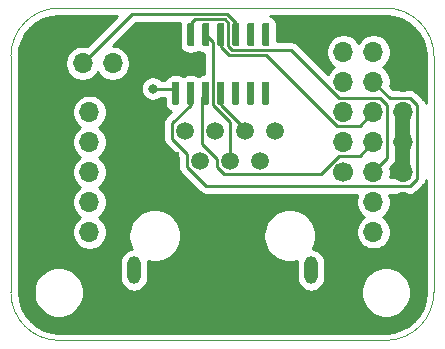
<source format=gbr>
G04 #@! TF.GenerationSoftware,KiCad,Pcbnew,(5.1.5)-3*
G04 #@! TF.CreationDate,2021-01-31T17:12:18-06:00*
G04 #@! TF.ProjectId,InputBoard,496e7075-7442-46f6-9172-642e6b696361,rev?*
G04 #@! TF.SameCoordinates,Original*
G04 #@! TF.FileFunction,Copper,L1,Top*
G04 #@! TF.FilePolarity,Positive*
%FSLAX46Y46*%
G04 Gerber Fmt 4.6, Leading zero omitted, Abs format (unit mm)*
G04 Created by KiCad (PCBNEW (5.1.5)-3) date 2021-01-31 17:12:18*
%MOMM*%
%LPD*%
G04 APERTURE LIST*
%ADD10C,0.050000*%
%ADD11R,1.700000X1.700000*%
%ADD12O,1.700000X1.700000*%
%ADD13C,1.700000*%
%ADD14O,1.140000X2.362000*%
%ADD15C,1.500000*%
%ADD16R,1.500000X1.500000*%
%ADD17C,0.100000*%
%ADD18C,0.800000*%
%ADD19C,0.250000*%
%ADD20C,0.254000*%
G04 APERTURE END LIST*
D10*
X132588000Y-110680500D02*
X132588000Y-90678000D01*
X136652000Y-114744500D02*
G75*
G02X132588000Y-110680500I0J4064000D01*
G01*
X164338000Y-114744500D02*
X136652000Y-114744500D01*
X168402000Y-90678000D02*
X168402000Y-110680500D01*
X168402000Y-110680500D02*
G75*
G02X164338000Y-114744500I-4064000J0D01*
G01*
X164338000Y-86614000D02*
X136652000Y-86614000D01*
X132588000Y-90678000D02*
G75*
G02X136652000Y-86614000I4064000J0D01*
G01*
X164338000Y-86614000D02*
G75*
G02X168402000Y-90678000I0J-4064000D01*
G01*
D11*
X165820000Y-105560000D03*
D12*
X163280000Y-105560000D03*
X165820000Y-103020000D03*
X163280000Y-103020000D03*
X165820000Y-100480000D03*
X163280000Y-100480000D03*
X165820000Y-97940000D03*
X163280000Y-97940000D03*
X165820000Y-95400000D03*
X163280000Y-95400000D03*
X165820000Y-92860000D03*
X163280000Y-92860000D03*
X165820000Y-90320000D03*
X163280000Y-90320000D03*
D13*
X160740000Y-100480000D03*
D12*
X160740000Y-97940000D03*
X160740000Y-95400000D03*
X160740000Y-92860000D03*
X160740000Y-90320000D03*
D14*
X157988000Y-108796951D03*
X142989300Y-108796951D03*
D15*
X154940000Y-97005001D03*
X153670000Y-99545001D03*
X152400000Y-97005001D03*
X151130000Y-99545001D03*
X149860000Y-97005001D03*
X148590000Y-99545001D03*
X147320000Y-97005001D03*
D16*
X146050000Y-99545001D03*
G04 #@! TA.AperFunction,SMDPad,CuDef*
D17*
G36*
X146704703Y-92830722D02*
G01*
X146719264Y-92832882D01*
X146733543Y-92836459D01*
X146747403Y-92841418D01*
X146760710Y-92847712D01*
X146773336Y-92855280D01*
X146785159Y-92864048D01*
X146796066Y-92873934D01*
X146805952Y-92884841D01*
X146814720Y-92896664D01*
X146822288Y-92909290D01*
X146828582Y-92922597D01*
X146833541Y-92936457D01*
X146837118Y-92950736D01*
X146839278Y-92965297D01*
X146840000Y-92980000D01*
X146840000Y-94630000D01*
X146839278Y-94644703D01*
X146837118Y-94659264D01*
X146833541Y-94673543D01*
X146828582Y-94687403D01*
X146822288Y-94700710D01*
X146814720Y-94713336D01*
X146805952Y-94725159D01*
X146796066Y-94736066D01*
X146785159Y-94745952D01*
X146773336Y-94754720D01*
X146760710Y-94762288D01*
X146747403Y-94768582D01*
X146733543Y-94773541D01*
X146719264Y-94777118D01*
X146704703Y-94779278D01*
X146690000Y-94780000D01*
X146390000Y-94780000D01*
X146375297Y-94779278D01*
X146360736Y-94777118D01*
X146346457Y-94773541D01*
X146332597Y-94768582D01*
X146319290Y-94762288D01*
X146306664Y-94754720D01*
X146294841Y-94745952D01*
X146283934Y-94736066D01*
X146274048Y-94725159D01*
X146265280Y-94713336D01*
X146257712Y-94700710D01*
X146251418Y-94687403D01*
X146246459Y-94673543D01*
X146242882Y-94659264D01*
X146240722Y-94644703D01*
X146240000Y-94630000D01*
X146240000Y-92980000D01*
X146240722Y-92965297D01*
X146242882Y-92950736D01*
X146246459Y-92936457D01*
X146251418Y-92922597D01*
X146257712Y-92909290D01*
X146265280Y-92896664D01*
X146274048Y-92884841D01*
X146283934Y-92873934D01*
X146294841Y-92864048D01*
X146306664Y-92855280D01*
X146319290Y-92847712D01*
X146332597Y-92841418D01*
X146346457Y-92836459D01*
X146360736Y-92832882D01*
X146375297Y-92830722D01*
X146390000Y-92830000D01*
X146690000Y-92830000D01*
X146704703Y-92830722D01*
G37*
G04 #@! TD.AperFunction*
G04 #@! TA.AperFunction,SMDPad,CuDef*
G36*
X147974703Y-92830722D02*
G01*
X147989264Y-92832882D01*
X148003543Y-92836459D01*
X148017403Y-92841418D01*
X148030710Y-92847712D01*
X148043336Y-92855280D01*
X148055159Y-92864048D01*
X148066066Y-92873934D01*
X148075952Y-92884841D01*
X148084720Y-92896664D01*
X148092288Y-92909290D01*
X148098582Y-92922597D01*
X148103541Y-92936457D01*
X148107118Y-92950736D01*
X148109278Y-92965297D01*
X148110000Y-92980000D01*
X148110000Y-94630000D01*
X148109278Y-94644703D01*
X148107118Y-94659264D01*
X148103541Y-94673543D01*
X148098582Y-94687403D01*
X148092288Y-94700710D01*
X148084720Y-94713336D01*
X148075952Y-94725159D01*
X148066066Y-94736066D01*
X148055159Y-94745952D01*
X148043336Y-94754720D01*
X148030710Y-94762288D01*
X148017403Y-94768582D01*
X148003543Y-94773541D01*
X147989264Y-94777118D01*
X147974703Y-94779278D01*
X147960000Y-94780000D01*
X147660000Y-94780000D01*
X147645297Y-94779278D01*
X147630736Y-94777118D01*
X147616457Y-94773541D01*
X147602597Y-94768582D01*
X147589290Y-94762288D01*
X147576664Y-94754720D01*
X147564841Y-94745952D01*
X147553934Y-94736066D01*
X147544048Y-94725159D01*
X147535280Y-94713336D01*
X147527712Y-94700710D01*
X147521418Y-94687403D01*
X147516459Y-94673543D01*
X147512882Y-94659264D01*
X147510722Y-94644703D01*
X147510000Y-94630000D01*
X147510000Y-92980000D01*
X147510722Y-92965297D01*
X147512882Y-92950736D01*
X147516459Y-92936457D01*
X147521418Y-92922597D01*
X147527712Y-92909290D01*
X147535280Y-92896664D01*
X147544048Y-92884841D01*
X147553934Y-92873934D01*
X147564841Y-92864048D01*
X147576664Y-92855280D01*
X147589290Y-92847712D01*
X147602597Y-92841418D01*
X147616457Y-92836459D01*
X147630736Y-92832882D01*
X147645297Y-92830722D01*
X147660000Y-92830000D01*
X147960000Y-92830000D01*
X147974703Y-92830722D01*
G37*
G04 #@! TD.AperFunction*
G04 #@! TA.AperFunction,SMDPad,CuDef*
G36*
X149244703Y-92830722D02*
G01*
X149259264Y-92832882D01*
X149273543Y-92836459D01*
X149287403Y-92841418D01*
X149300710Y-92847712D01*
X149313336Y-92855280D01*
X149325159Y-92864048D01*
X149336066Y-92873934D01*
X149345952Y-92884841D01*
X149354720Y-92896664D01*
X149362288Y-92909290D01*
X149368582Y-92922597D01*
X149373541Y-92936457D01*
X149377118Y-92950736D01*
X149379278Y-92965297D01*
X149380000Y-92980000D01*
X149380000Y-94630000D01*
X149379278Y-94644703D01*
X149377118Y-94659264D01*
X149373541Y-94673543D01*
X149368582Y-94687403D01*
X149362288Y-94700710D01*
X149354720Y-94713336D01*
X149345952Y-94725159D01*
X149336066Y-94736066D01*
X149325159Y-94745952D01*
X149313336Y-94754720D01*
X149300710Y-94762288D01*
X149287403Y-94768582D01*
X149273543Y-94773541D01*
X149259264Y-94777118D01*
X149244703Y-94779278D01*
X149230000Y-94780000D01*
X148930000Y-94780000D01*
X148915297Y-94779278D01*
X148900736Y-94777118D01*
X148886457Y-94773541D01*
X148872597Y-94768582D01*
X148859290Y-94762288D01*
X148846664Y-94754720D01*
X148834841Y-94745952D01*
X148823934Y-94736066D01*
X148814048Y-94725159D01*
X148805280Y-94713336D01*
X148797712Y-94700710D01*
X148791418Y-94687403D01*
X148786459Y-94673543D01*
X148782882Y-94659264D01*
X148780722Y-94644703D01*
X148780000Y-94630000D01*
X148780000Y-92980000D01*
X148780722Y-92965297D01*
X148782882Y-92950736D01*
X148786459Y-92936457D01*
X148791418Y-92922597D01*
X148797712Y-92909290D01*
X148805280Y-92896664D01*
X148814048Y-92884841D01*
X148823934Y-92873934D01*
X148834841Y-92864048D01*
X148846664Y-92855280D01*
X148859290Y-92847712D01*
X148872597Y-92841418D01*
X148886457Y-92836459D01*
X148900736Y-92832882D01*
X148915297Y-92830722D01*
X148930000Y-92830000D01*
X149230000Y-92830000D01*
X149244703Y-92830722D01*
G37*
G04 #@! TD.AperFunction*
G04 #@! TA.AperFunction,SMDPad,CuDef*
G36*
X150514703Y-92830722D02*
G01*
X150529264Y-92832882D01*
X150543543Y-92836459D01*
X150557403Y-92841418D01*
X150570710Y-92847712D01*
X150583336Y-92855280D01*
X150595159Y-92864048D01*
X150606066Y-92873934D01*
X150615952Y-92884841D01*
X150624720Y-92896664D01*
X150632288Y-92909290D01*
X150638582Y-92922597D01*
X150643541Y-92936457D01*
X150647118Y-92950736D01*
X150649278Y-92965297D01*
X150650000Y-92980000D01*
X150650000Y-94630000D01*
X150649278Y-94644703D01*
X150647118Y-94659264D01*
X150643541Y-94673543D01*
X150638582Y-94687403D01*
X150632288Y-94700710D01*
X150624720Y-94713336D01*
X150615952Y-94725159D01*
X150606066Y-94736066D01*
X150595159Y-94745952D01*
X150583336Y-94754720D01*
X150570710Y-94762288D01*
X150557403Y-94768582D01*
X150543543Y-94773541D01*
X150529264Y-94777118D01*
X150514703Y-94779278D01*
X150500000Y-94780000D01*
X150200000Y-94780000D01*
X150185297Y-94779278D01*
X150170736Y-94777118D01*
X150156457Y-94773541D01*
X150142597Y-94768582D01*
X150129290Y-94762288D01*
X150116664Y-94754720D01*
X150104841Y-94745952D01*
X150093934Y-94736066D01*
X150084048Y-94725159D01*
X150075280Y-94713336D01*
X150067712Y-94700710D01*
X150061418Y-94687403D01*
X150056459Y-94673543D01*
X150052882Y-94659264D01*
X150050722Y-94644703D01*
X150050000Y-94630000D01*
X150050000Y-92980000D01*
X150050722Y-92965297D01*
X150052882Y-92950736D01*
X150056459Y-92936457D01*
X150061418Y-92922597D01*
X150067712Y-92909290D01*
X150075280Y-92896664D01*
X150084048Y-92884841D01*
X150093934Y-92873934D01*
X150104841Y-92864048D01*
X150116664Y-92855280D01*
X150129290Y-92847712D01*
X150142597Y-92841418D01*
X150156457Y-92836459D01*
X150170736Y-92832882D01*
X150185297Y-92830722D01*
X150200000Y-92830000D01*
X150500000Y-92830000D01*
X150514703Y-92830722D01*
G37*
G04 #@! TD.AperFunction*
G04 #@! TA.AperFunction,SMDPad,CuDef*
G36*
X151784703Y-92830722D02*
G01*
X151799264Y-92832882D01*
X151813543Y-92836459D01*
X151827403Y-92841418D01*
X151840710Y-92847712D01*
X151853336Y-92855280D01*
X151865159Y-92864048D01*
X151876066Y-92873934D01*
X151885952Y-92884841D01*
X151894720Y-92896664D01*
X151902288Y-92909290D01*
X151908582Y-92922597D01*
X151913541Y-92936457D01*
X151917118Y-92950736D01*
X151919278Y-92965297D01*
X151920000Y-92980000D01*
X151920000Y-94630000D01*
X151919278Y-94644703D01*
X151917118Y-94659264D01*
X151913541Y-94673543D01*
X151908582Y-94687403D01*
X151902288Y-94700710D01*
X151894720Y-94713336D01*
X151885952Y-94725159D01*
X151876066Y-94736066D01*
X151865159Y-94745952D01*
X151853336Y-94754720D01*
X151840710Y-94762288D01*
X151827403Y-94768582D01*
X151813543Y-94773541D01*
X151799264Y-94777118D01*
X151784703Y-94779278D01*
X151770000Y-94780000D01*
X151470000Y-94780000D01*
X151455297Y-94779278D01*
X151440736Y-94777118D01*
X151426457Y-94773541D01*
X151412597Y-94768582D01*
X151399290Y-94762288D01*
X151386664Y-94754720D01*
X151374841Y-94745952D01*
X151363934Y-94736066D01*
X151354048Y-94725159D01*
X151345280Y-94713336D01*
X151337712Y-94700710D01*
X151331418Y-94687403D01*
X151326459Y-94673543D01*
X151322882Y-94659264D01*
X151320722Y-94644703D01*
X151320000Y-94630000D01*
X151320000Y-92980000D01*
X151320722Y-92965297D01*
X151322882Y-92950736D01*
X151326459Y-92936457D01*
X151331418Y-92922597D01*
X151337712Y-92909290D01*
X151345280Y-92896664D01*
X151354048Y-92884841D01*
X151363934Y-92873934D01*
X151374841Y-92864048D01*
X151386664Y-92855280D01*
X151399290Y-92847712D01*
X151412597Y-92841418D01*
X151426457Y-92836459D01*
X151440736Y-92832882D01*
X151455297Y-92830722D01*
X151470000Y-92830000D01*
X151770000Y-92830000D01*
X151784703Y-92830722D01*
G37*
G04 #@! TD.AperFunction*
G04 #@! TA.AperFunction,SMDPad,CuDef*
G36*
X153054703Y-92830722D02*
G01*
X153069264Y-92832882D01*
X153083543Y-92836459D01*
X153097403Y-92841418D01*
X153110710Y-92847712D01*
X153123336Y-92855280D01*
X153135159Y-92864048D01*
X153146066Y-92873934D01*
X153155952Y-92884841D01*
X153164720Y-92896664D01*
X153172288Y-92909290D01*
X153178582Y-92922597D01*
X153183541Y-92936457D01*
X153187118Y-92950736D01*
X153189278Y-92965297D01*
X153190000Y-92980000D01*
X153190000Y-94630000D01*
X153189278Y-94644703D01*
X153187118Y-94659264D01*
X153183541Y-94673543D01*
X153178582Y-94687403D01*
X153172288Y-94700710D01*
X153164720Y-94713336D01*
X153155952Y-94725159D01*
X153146066Y-94736066D01*
X153135159Y-94745952D01*
X153123336Y-94754720D01*
X153110710Y-94762288D01*
X153097403Y-94768582D01*
X153083543Y-94773541D01*
X153069264Y-94777118D01*
X153054703Y-94779278D01*
X153040000Y-94780000D01*
X152740000Y-94780000D01*
X152725297Y-94779278D01*
X152710736Y-94777118D01*
X152696457Y-94773541D01*
X152682597Y-94768582D01*
X152669290Y-94762288D01*
X152656664Y-94754720D01*
X152644841Y-94745952D01*
X152633934Y-94736066D01*
X152624048Y-94725159D01*
X152615280Y-94713336D01*
X152607712Y-94700710D01*
X152601418Y-94687403D01*
X152596459Y-94673543D01*
X152592882Y-94659264D01*
X152590722Y-94644703D01*
X152590000Y-94630000D01*
X152590000Y-92980000D01*
X152590722Y-92965297D01*
X152592882Y-92950736D01*
X152596459Y-92936457D01*
X152601418Y-92922597D01*
X152607712Y-92909290D01*
X152615280Y-92896664D01*
X152624048Y-92884841D01*
X152633934Y-92873934D01*
X152644841Y-92864048D01*
X152656664Y-92855280D01*
X152669290Y-92847712D01*
X152682597Y-92841418D01*
X152696457Y-92836459D01*
X152710736Y-92832882D01*
X152725297Y-92830722D01*
X152740000Y-92830000D01*
X153040000Y-92830000D01*
X153054703Y-92830722D01*
G37*
G04 #@! TD.AperFunction*
G04 #@! TA.AperFunction,SMDPad,CuDef*
G36*
X154324703Y-92830722D02*
G01*
X154339264Y-92832882D01*
X154353543Y-92836459D01*
X154367403Y-92841418D01*
X154380710Y-92847712D01*
X154393336Y-92855280D01*
X154405159Y-92864048D01*
X154416066Y-92873934D01*
X154425952Y-92884841D01*
X154434720Y-92896664D01*
X154442288Y-92909290D01*
X154448582Y-92922597D01*
X154453541Y-92936457D01*
X154457118Y-92950736D01*
X154459278Y-92965297D01*
X154460000Y-92980000D01*
X154460000Y-94630000D01*
X154459278Y-94644703D01*
X154457118Y-94659264D01*
X154453541Y-94673543D01*
X154448582Y-94687403D01*
X154442288Y-94700710D01*
X154434720Y-94713336D01*
X154425952Y-94725159D01*
X154416066Y-94736066D01*
X154405159Y-94745952D01*
X154393336Y-94754720D01*
X154380710Y-94762288D01*
X154367403Y-94768582D01*
X154353543Y-94773541D01*
X154339264Y-94777118D01*
X154324703Y-94779278D01*
X154310000Y-94780000D01*
X154010000Y-94780000D01*
X153995297Y-94779278D01*
X153980736Y-94777118D01*
X153966457Y-94773541D01*
X153952597Y-94768582D01*
X153939290Y-94762288D01*
X153926664Y-94754720D01*
X153914841Y-94745952D01*
X153903934Y-94736066D01*
X153894048Y-94725159D01*
X153885280Y-94713336D01*
X153877712Y-94700710D01*
X153871418Y-94687403D01*
X153866459Y-94673543D01*
X153862882Y-94659264D01*
X153860722Y-94644703D01*
X153860000Y-94630000D01*
X153860000Y-92980000D01*
X153860722Y-92965297D01*
X153862882Y-92950736D01*
X153866459Y-92936457D01*
X153871418Y-92922597D01*
X153877712Y-92909290D01*
X153885280Y-92896664D01*
X153894048Y-92884841D01*
X153903934Y-92873934D01*
X153914841Y-92864048D01*
X153926664Y-92855280D01*
X153939290Y-92847712D01*
X153952597Y-92841418D01*
X153966457Y-92836459D01*
X153980736Y-92832882D01*
X153995297Y-92830722D01*
X154010000Y-92830000D01*
X154310000Y-92830000D01*
X154324703Y-92830722D01*
G37*
G04 #@! TD.AperFunction*
G04 #@! TA.AperFunction,SMDPad,CuDef*
G36*
X154324703Y-87880722D02*
G01*
X154339264Y-87882882D01*
X154353543Y-87886459D01*
X154367403Y-87891418D01*
X154380710Y-87897712D01*
X154393336Y-87905280D01*
X154405159Y-87914048D01*
X154416066Y-87923934D01*
X154425952Y-87934841D01*
X154434720Y-87946664D01*
X154442288Y-87959290D01*
X154448582Y-87972597D01*
X154453541Y-87986457D01*
X154457118Y-88000736D01*
X154459278Y-88015297D01*
X154460000Y-88030000D01*
X154460000Y-89680000D01*
X154459278Y-89694703D01*
X154457118Y-89709264D01*
X154453541Y-89723543D01*
X154448582Y-89737403D01*
X154442288Y-89750710D01*
X154434720Y-89763336D01*
X154425952Y-89775159D01*
X154416066Y-89786066D01*
X154405159Y-89795952D01*
X154393336Y-89804720D01*
X154380710Y-89812288D01*
X154367403Y-89818582D01*
X154353543Y-89823541D01*
X154339264Y-89827118D01*
X154324703Y-89829278D01*
X154310000Y-89830000D01*
X154010000Y-89830000D01*
X153995297Y-89829278D01*
X153980736Y-89827118D01*
X153966457Y-89823541D01*
X153952597Y-89818582D01*
X153939290Y-89812288D01*
X153926664Y-89804720D01*
X153914841Y-89795952D01*
X153903934Y-89786066D01*
X153894048Y-89775159D01*
X153885280Y-89763336D01*
X153877712Y-89750710D01*
X153871418Y-89737403D01*
X153866459Y-89723543D01*
X153862882Y-89709264D01*
X153860722Y-89694703D01*
X153860000Y-89680000D01*
X153860000Y-88030000D01*
X153860722Y-88015297D01*
X153862882Y-88000736D01*
X153866459Y-87986457D01*
X153871418Y-87972597D01*
X153877712Y-87959290D01*
X153885280Y-87946664D01*
X153894048Y-87934841D01*
X153903934Y-87923934D01*
X153914841Y-87914048D01*
X153926664Y-87905280D01*
X153939290Y-87897712D01*
X153952597Y-87891418D01*
X153966457Y-87886459D01*
X153980736Y-87882882D01*
X153995297Y-87880722D01*
X154010000Y-87880000D01*
X154310000Y-87880000D01*
X154324703Y-87880722D01*
G37*
G04 #@! TD.AperFunction*
G04 #@! TA.AperFunction,SMDPad,CuDef*
G36*
X153054703Y-87880722D02*
G01*
X153069264Y-87882882D01*
X153083543Y-87886459D01*
X153097403Y-87891418D01*
X153110710Y-87897712D01*
X153123336Y-87905280D01*
X153135159Y-87914048D01*
X153146066Y-87923934D01*
X153155952Y-87934841D01*
X153164720Y-87946664D01*
X153172288Y-87959290D01*
X153178582Y-87972597D01*
X153183541Y-87986457D01*
X153187118Y-88000736D01*
X153189278Y-88015297D01*
X153190000Y-88030000D01*
X153190000Y-89680000D01*
X153189278Y-89694703D01*
X153187118Y-89709264D01*
X153183541Y-89723543D01*
X153178582Y-89737403D01*
X153172288Y-89750710D01*
X153164720Y-89763336D01*
X153155952Y-89775159D01*
X153146066Y-89786066D01*
X153135159Y-89795952D01*
X153123336Y-89804720D01*
X153110710Y-89812288D01*
X153097403Y-89818582D01*
X153083543Y-89823541D01*
X153069264Y-89827118D01*
X153054703Y-89829278D01*
X153040000Y-89830000D01*
X152740000Y-89830000D01*
X152725297Y-89829278D01*
X152710736Y-89827118D01*
X152696457Y-89823541D01*
X152682597Y-89818582D01*
X152669290Y-89812288D01*
X152656664Y-89804720D01*
X152644841Y-89795952D01*
X152633934Y-89786066D01*
X152624048Y-89775159D01*
X152615280Y-89763336D01*
X152607712Y-89750710D01*
X152601418Y-89737403D01*
X152596459Y-89723543D01*
X152592882Y-89709264D01*
X152590722Y-89694703D01*
X152590000Y-89680000D01*
X152590000Y-88030000D01*
X152590722Y-88015297D01*
X152592882Y-88000736D01*
X152596459Y-87986457D01*
X152601418Y-87972597D01*
X152607712Y-87959290D01*
X152615280Y-87946664D01*
X152624048Y-87934841D01*
X152633934Y-87923934D01*
X152644841Y-87914048D01*
X152656664Y-87905280D01*
X152669290Y-87897712D01*
X152682597Y-87891418D01*
X152696457Y-87886459D01*
X152710736Y-87882882D01*
X152725297Y-87880722D01*
X152740000Y-87880000D01*
X153040000Y-87880000D01*
X153054703Y-87880722D01*
G37*
G04 #@! TD.AperFunction*
G04 #@! TA.AperFunction,SMDPad,CuDef*
G36*
X151784703Y-87880722D02*
G01*
X151799264Y-87882882D01*
X151813543Y-87886459D01*
X151827403Y-87891418D01*
X151840710Y-87897712D01*
X151853336Y-87905280D01*
X151865159Y-87914048D01*
X151876066Y-87923934D01*
X151885952Y-87934841D01*
X151894720Y-87946664D01*
X151902288Y-87959290D01*
X151908582Y-87972597D01*
X151913541Y-87986457D01*
X151917118Y-88000736D01*
X151919278Y-88015297D01*
X151920000Y-88030000D01*
X151920000Y-89680000D01*
X151919278Y-89694703D01*
X151917118Y-89709264D01*
X151913541Y-89723543D01*
X151908582Y-89737403D01*
X151902288Y-89750710D01*
X151894720Y-89763336D01*
X151885952Y-89775159D01*
X151876066Y-89786066D01*
X151865159Y-89795952D01*
X151853336Y-89804720D01*
X151840710Y-89812288D01*
X151827403Y-89818582D01*
X151813543Y-89823541D01*
X151799264Y-89827118D01*
X151784703Y-89829278D01*
X151770000Y-89830000D01*
X151470000Y-89830000D01*
X151455297Y-89829278D01*
X151440736Y-89827118D01*
X151426457Y-89823541D01*
X151412597Y-89818582D01*
X151399290Y-89812288D01*
X151386664Y-89804720D01*
X151374841Y-89795952D01*
X151363934Y-89786066D01*
X151354048Y-89775159D01*
X151345280Y-89763336D01*
X151337712Y-89750710D01*
X151331418Y-89737403D01*
X151326459Y-89723543D01*
X151322882Y-89709264D01*
X151320722Y-89694703D01*
X151320000Y-89680000D01*
X151320000Y-88030000D01*
X151320722Y-88015297D01*
X151322882Y-88000736D01*
X151326459Y-87986457D01*
X151331418Y-87972597D01*
X151337712Y-87959290D01*
X151345280Y-87946664D01*
X151354048Y-87934841D01*
X151363934Y-87923934D01*
X151374841Y-87914048D01*
X151386664Y-87905280D01*
X151399290Y-87897712D01*
X151412597Y-87891418D01*
X151426457Y-87886459D01*
X151440736Y-87882882D01*
X151455297Y-87880722D01*
X151470000Y-87880000D01*
X151770000Y-87880000D01*
X151784703Y-87880722D01*
G37*
G04 #@! TD.AperFunction*
G04 #@! TA.AperFunction,SMDPad,CuDef*
G36*
X150514703Y-87880722D02*
G01*
X150529264Y-87882882D01*
X150543543Y-87886459D01*
X150557403Y-87891418D01*
X150570710Y-87897712D01*
X150583336Y-87905280D01*
X150595159Y-87914048D01*
X150606066Y-87923934D01*
X150615952Y-87934841D01*
X150624720Y-87946664D01*
X150632288Y-87959290D01*
X150638582Y-87972597D01*
X150643541Y-87986457D01*
X150647118Y-88000736D01*
X150649278Y-88015297D01*
X150650000Y-88030000D01*
X150650000Y-89680000D01*
X150649278Y-89694703D01*
X150647118Y-89709264D01*
X150643541Y-89723543D01*
X150638582Y-89737403D01*
X150632288Y-89750710D01*
X150624720Y-89763336D01*
X150615952Y-89775159D01*
X150606066Y-89786066D01*
X150595159Y-89795952D01*
X150583336Y-89804720D01*
X150570710Y-89812288D01*
X150557403Y-89818582D01*
X150543543Y-89823541D01*
X150529264Y-89827118D01*
X150514703Y-89829278D01*
X150500000Y-89830000D01*
X150200000Y-89830000D01*
X150185297Y-89829278D01*
X150170736Y-89827118D01*
X150156457Y-89823541D01*
X150142597Y-89818582D01*
X150129290Y-89812288D01*
X150116664Y-89804720D01*
X150104841Y-89795952D01*
X150093934Y-89786066D01*
X150084048Y-89775159D01*
X150075280Y-89763336D01*
X150067712Y-89750710D01*
X150061418Y-89737403D01*
X150056459Y-89723543D01*
X150052882Y-89709264D01*
X150050722Y-89694703D01*
X150050000Y-89680000D01*
X150050000Y-88030000D01*
X150050722Y-88015297D01*
X150052882Y-88000736D01*
X150056459Y-87986457D01*
X150061418Y-87972597D01*
X150067712Y-87959290D01*
X150075280Y-87946664D01*
X150084048Y-87934841D01*
X150093934Y-87923934D01*
X150104841Y-87914048D01*
X150116664Y-87905280D01*
X150129290Y-87897712D01*
X150142597Y-87891418D01*
X150156457Y-87886459D01*
X150170736Y-87882882D01*
X150185297Y-87880722D01*
X150200000Y-87880000D01*
X150500000Y-87880000D01*
X150514703Y-87880722D01*
G37*
G04 #@! TD.AperFunction*
G04 #@! TA.AperFunction,SMDPad,CuDef*
G36*
X149244703Y-87880722D02*
G01*
X149259264Y-87882882D01*
X149273543Y-87886459D01*
X149287403Y-87891418D01*
X149300710Y-87897712D01*
X149313336Y-87905280D01*
X149325159Y-87914048D01*
X149336066Y-87923934D01*
X149345952Y-87934841D01*
X149354720Y-87946664D01*
X149362288Y-87959290D01*
X149368582Y-87972597D01*
X149373541Y-87986457D01*
X149377118Y-88000736D01*
X149379278Y-88015297D01*
X149380000Y-88030000D01*
X149380000Y-89680000D01*
X149379278Y-89694703D01*
X149377118Y-89709264D01*
X149373541Y-89723543D01*
X149368582Y-89737403D01*
X149362288Y-89750710D01*
X149354720Y-89763336D01*
X149345952Y-89775159D01*
X149336066Y-89786066D01*
X149325159Y-89795952D01*
X149313336Y-89804720D01*
X149300710Y-89812288D01*
X149287403Y-89818582D01*
X149273543Y-89823541D01*
X149259264Y-89827118D01*
X149244703Y-89829278D01*
X149230000Y-89830000D01*
X148930000Y-89830000D01*
X148915297Y-89829278D01*
X148900736Y-89827118D01*
X148886457Y-89823541D01*
X148872597Y-89818582D01*
X148859290Y-89812288D01*
X148846664Y-89804720D01*
X148834841Y-89795952D01*
X148823934Y-89786066D01*
X148814048Y-89775159D01*
X148805280Y-89763336D01*
X148797712Y-89750710D01*
X148791418Y-89737403D01*
X148786459Y-89723543D01*
X148782882Y-89709264D01*
X148780722Y-89694703D01*
X148780000Y-89680000D01*
X148780000Y-88030000D01*
X148780722Y-88015297D01*
X148782882Y-88000736D01*
X148786459Y-87986457D01*
X148791418Y-87972597D01*
X148797712Y-87959290D01*
X148805280Y-87946664D01*
X148814048Y-87934841D01*
X148823934Y-87923934D01*
X148834841Y-87914048D01*
X148846664Y-87905280D01*
X148859290Y-87897712D01*
X148872597Y-87891418D01*
X148886457Y-87886459D01*
X148900736Y-87882882D01*
X148915297Y-87880722D01*
X148930000Y-87880000D01*
X149230000Y-87880000D01*
X149244703Y-87880722D01*
G37*
G04 #@! TD.AperFunction*
G04 #@! TA.AperFunction,SMDPad,CuDef*
G36*
X147974703Y-87880722D02*
G01*
X147989264Y-87882882D01*
X148003543Y-87886459D01*
X148017403Y-87891418D01*
X148030710Y-87897712D01*
X148043336Y-87905280D01*
X148055159Y-87914048D01*
X148066066Y-87923934D01*
X148075952Y-87934841D01*
X148084720Y-87946664D01*
X148092288Y-87959290D01*
X148098582Y-87972597D01*
X148103541Y-87986457D01*
X148107118Y-88000736D01*
X148109278Y-88015297D01*
X148110000Y-88030000D01*
X148110000Y-89680000D01*
X148109278Y-89694703D01*
X148107118Y-89709264D01*
X148103541Y-89723543D01*
X148098582Y-89737403D01*
X148092288Y-89750710D01*
X148084720Y-89763336D01*
X148075952Y-89775159D01*
X148066066Y-89786066D01*
X148055159Y-89795952D01*
X148043336Y-89804720D01*
X148030710Y-89812288D01*
X148017403Y-89818582D01*
X148003543Y-89823541D01*
X147989264Y-89827118D01*
X147974703Y-89829278D01*
X147960000Y-89830000D01*
X147660000Y-89830000D01*
X147645297Y-89829278D01*
X147630736Y-89827118D01*
X147616457Y-89823541D01*
X147602597Y-89818582D01*
X147589290Y-89812288D01*
X147576664Y-89804720D01*
X147564841Y-89795952D01*
X147553934Y-89786066D01*
X147544048Y-89775159D01*
X147535280Y-89763336D01*
X147527712Y-89750710D01*
X147521418Y-89737403D01*
X147516459Y-89723543D01*
X147512882Y-89709264D01*
X147510722Y-89694703D01*
X147510000Y-89680000D01*
X147510000Y-88030000D01*
X147510722Y-88015297D01*
X147512882Y-88000736D01*
X147516459Y-87986457D01*
X147521418Y-87972597D01*
X147527712Y-87959290D01*
X147535280Y-87946664D01*
X147544048Y-87934841D01*
X147553934Y-87923934D01*
X147564841Y-87914048D01*
X147576664Y-87905280D01*
X147589290Y-87897712D01*
X147602597Y-87891418D01*
X147616457Y-87886459D01*
X147630736Y-87882882D01*
X147645297Y-87880722D01*
X147660000Y-87880000D01*
X147960000Y-87880000D01*
X147974703Y-87880722D01*
G37*
G04 #@! TD.AperFunction*
G04 #@! TA.AperFunction,SMDPad,CuDef*
G36*
X146704703Y-87880722D02*
G01*
X146719264Y-87882882D01*
X146733543Y-87886459D01*
X146747403Y-87891418D01*
X146760710Y-87897712D01*
X146773336Y-87905280D01*
X146785159Y-87914048D01*
X146796066Y-87923934D01*
X146805952Y-87934841D01*
X146814720Y-87946664D01*
X146822288Y-87959290D01*
X146828582Y-87972597D01*
X146833541Y-87986457D01*
X146837118Y-88000736D01*
X146839278Y-88015297D01*
X146840000Y-88030000D01*
X146840000Y-89680000D01*
X146839278Y-89694703D01*
X146837118Y-89709264D01*
X146833541Y-89723543D01*
X146828582Y-89737403D01*
X146822288Y-89750710D01*
X146814720Y-89763336D01*
X146805952Y-89775159D01*
X146796066Y-89786066D01*
X146785159Y-89795952D01*
X146773336Y-89804720D01*
X146760710Y-89812288D01*
X146747403Y-89818582D01*
X146733543Y-89823541D01*
X146719264Y-89827118D01*
X146704703Y-89829278D01*
X146690000Y-89830000D01*
X146390000Y-89830000D01*
X146375297Y-89829278D01*
X146360736Y-89827118D01*
X146346457Y-89823541D01*
X146332597Y-89818582D01*
X146319290Y-89812288D01*
X146306664Y-89804720D01*
X146294841Y-89795952D01*
X146283934Y-89786066D01*
X146274048Y-89775159D01*
X146265280Y-89763336D01*
X146257712Y-89750710D01*
X146251418Y-89737403D01*
X146246459Y-89723543D01*
X146242882Y-89709264D01*
X146240722Y-89694703D01*
X146240000Y-89680000D01*
X146240000Y-88030000D01*
X146240722Y-88015297D01*
X146242882Y-88000736D01*
X146246459Y-87986457D01*
X146251418Y-87972597D01*
X146257712Y-87959290D01*
X146265280Y-87946664D01*
X146274048Y-87934841D01*
X146283934Y-87923934D01*
X146294841Y-87914048D01*
X146306664Y-87905280D01*
X146319290Y-87897712D01*
X146332597Y-87891418D01*
X146346457Y-87886459D01*
X146360736Y-87882882D01*
X146375297Y-87880722D01*
X146390000Y-87880000D01*
X146690000Y-87880000D01*
X146704703Y-87880722D01*
G37*
G04 #@! TD.AperFunction*
D11*
X136700000Y-95420000D03*
D12*
X139240000Y-95420000D03*
X136700000Y-97960000D03*
X139240000Y-97960000D03*
X136700000Y-100500000D03*
X139240000Y-100500000D03*
X136700000Y-103040000D03*
X139240000Y-103040000D03*
X136700000Y-105580000D03*
X139240000Y-105580000D03*
D11*
X136120000Y-91290000D03*
D12*
X138660000Y-91290000D03*
X141200000Y-91290000D03*
D18*
X144610000Y-93430000D03*
D19*
X146165000Y-93430000D02*
X146540000Y-93805000D01*
X144610000Y-93430000D02*
X146165000Y-93430000D01*
X150350000Y-94780000D02*
X150350000Y-93805000D01*
X152400000Y-97005001D02*
X152400000Y-96830000D01*
X152400000Y-96830000D02*
X150350000Y-94780000D01*
X151130000Y-96231768D02*
X149705010Y-94806778D01*
X149705010Y-89480010D02*
X149080000Y-88855000D01*
X151130000Y-99545001D02*
X151130000Y-96231768D01*
X149705010Y-94806778D02*
X149705010Y-89480010D01*
X147810000Y-87880000D02*
X148135010Y-87554990D01*
X156296008Y-90155010D02*
X160365997Y-94224999D01*
X164455001Y-94835999D02*
X164455001Y-99304999D01*
X151273242Y-90155010D02*
X156296008Y-90155010D01*
X164455001Y-99304999D02*
X163280000Y-100480000D01*
X150975010Y-87833242D02*
X150975010Y-89856778D01*
X148135010Y-87554990D02*
X150696758Y-87554990D01*
X163844001Y-94224999D02*
X164455001Y-94835999D01*
X150975010Y-89856778D02*
X151273242Y-90155010D01*
X150696758Y-87554990D02*
X150975010Y-87833242D01*
X160365997Y-94224999D02*
X163844001Y-94224999D01*
X147810000Y-88855000D02*
X147810000Y-87880000D01*
X160175999Y-96575001D02*
X154206019Y-90605021D01*
X150350000Y-89868179D02*
X150350000Y-88855000D01*
X162104999Y-96575001D02*
X160175999Y-96575001D01*
X154206019Y-90605021D02*
X151086842Y-90605021D01*
X163280000Y-95400000D02*
X162104999Y-96575001D01*
X151086842Y-90605021D02*
X150350000Y-89868179D01*
X162104999Y-99115001D02*
X163280000Y-97940000D01*
X160365997Y-99115001D02*
X162104999Y-99115001D01*
X150613999Y-100620002D02*
X158860996Y-100620002D01*
X148780000Y-94105000D02*
X148780000Y-98143999D01*
X148780000Y-98143999D02*
X150054999Y-99418998D01*
X150054999Y-100061002D02*
X150613999Y-100620002D01*
X158860996Y-100620002D02*
X160365997Y-99115001D01*
X149080000Y-93805000D02*
X148780000Y-94105000D01*
X150054999Y-99418998D02*
X150054999Y-100061002D01*
X164644999Y-94224999D02*
X163280000Y-92860000D01*
X147514999Y-98924998D02*
X147514999Y-100061002D01*
X146244999Y-97654998D02*
X147514999Y-98924998D01*
X147514999Y-100061002D02*
X149108998Y-101655001D01*
X146244999Y-96345001D02*
X146244999Y-97654998D01*
X147810000Y-93805000D02*
X147810000Y-94780000D01*
X147810000Y-94780000D02*
X146244999Y-96345001D01*
X166995001Y-101044001D02*
X166995001Y-94835999D01*
X149108998Y-101655001D02*
X166384001Y-101655001D01*
X166384001Y-101655001D02*
X166995001Y-101044001D01*
X166995001Y-94835999D02*
X166384001Y-94224999D01*
X166384001Y-94224999D02*
X164644999Y-94224999D01*
X151620000Y-88855000D02*
X151620000Y-87841821D01*
X142845021Y-87104979D02*
X138660000Y-91290000D01*
X150883158Y-87104979D02*
X142845021Y-87104979D01*
X151620000Y-87841821D02*
X150883158Y-87104979D01*
D20*
G36*
X139026408Y-89848791D02*
G01*
X138806260Y-89805000D01*
X138513740Y-89805000D01*
X138226842Y-89862068D01*
X137956589Y-89974010D01*
X137713368Y-90136525D01*
X137506525Y-90343368D01*
X137344010Y-90586589D01*
X137232068Y-90856842D01*
X137175000Y-91143740D01*
X137175000Y-91436260D01*
X137232068Y-91723158D01*
X137344010Y-91993411D01*
X137506525Y-92236632D01*
X137713368Y-92443475D01*
X137956589Y-92605990D01*
X138226842Y-92717932D01*
X138513740Y-92775000D01*
X138806260Y-92775000D01*
X139093158Y-92717932D01*
X139363411Y-92605990D01*
X139606632Y-92443475D01*
X139813475Y-92236632D01*
X139930000Y-92062240D01*
X140046525Y-92236632D01*
X140253368Y-92443475D01*
X140496589Y-92605990D01*
X140766842Y-92717932D01*
X141053740Y-92775000D01*
X141346260Y-92775000D01*
X141633158Y-92717932D01*
X141903411Y-92605990D01*
X142146632Y-92443475D01*
X142353475Y-92236632D01*
X142515990Y-91993411D01*
X142627932Y-91723158D01*
X142685000Y-91436260D01*
X142685000Y-91143740D01*
X142627932Y-90856842D01*
X142515990Y-90586589D01*
X142353475Y-90343368D01*
X142146632Y-90136525D01*
X141903411Y-89974010D01*
X141633158Y-89862068D01*
X141346260Y-89805000D01*
X141219802Y-89805000D01*
X143159824Y-87864979D01*
X146890491Y-87864979D01*
X146887071Y-87876255D01*
X146871928Y-88030000D01*
X146871928Y-89680000D01*
X146887071Y-89833745D01*
X146931916Y-89981582D01*
X147004742Y-90117829D01*
X147102749Y-90237251D01*
X147222171Y-90335258D01*
X147358418Y-90408084D01*
X147506255Y-90452929D01*
X147660000Y-90468072D01*
X147960000Y-90468072D01*
X148113745Y-90452929D01*
X148261582Y-90408084D01*
X148397829Y-90335258D01*
X148445000Y-90296546D01*
X148492171Y-90335258D01*
X148628418Y-90408084D01*
X148776255Y-90452929D01*
X148930000Y-90468072D01*
X148945011Y-90468072D01*
X148945010Y-92191928D01*
X148930000Y-92191928D01*
X148776255Y-92207071D01*
X148628418Y-92251916D01*
X148492171Y-92324742D01*
X148445000Y-92363454D01*
X148397829Y-92324742D01*
X148261582Y-92251916D01*
X148113745Y-92207071D01*
X147960000Y-92191928D01*
X147660000Y-92191928D01*
X147506255Y-92207071D01*
X147358418Y-92251916D01*
X147222171Y-92324742D01*
X147175000Y-92363454D01*
X147127829Y-92324742D01*
X146991582Y-92251916D01*
X146843745Y-92207071D01*
X146690000Y-92191928D01*
X146390000Y-92191928D01*
X146236255Y-92207071D01*
X146088418Y-92251916D01*
X145952171Y-92324742D01*
X145832749Y-92422749D01*
X145734742Y-92542171D01*
X145666416Y-92670000D01*
X145313711Y-92670000D01*
X145269774Y-92626063D01*
X145100256Y-92512795D01*
X144911898Y-92434774D01*
X144711939Y-92395000D01*
X144508061Y-92395000D01*
X144308102Y-92434774D01*
X144119744Y-92512795D01*
X143950226Y-92626063D01*
X143806063Y-92770226D01*
X143692795Y-92939744D01*
X143614774Y-93128102D01*
X143575000Y-93328061D01*
X143575000Y-93531939D01*
X143614774Y-93731898D01*
X143692795Y-93920256D01*
X143806063Y-94089774D01*
X143950226Y-94233937D01*
X144119744Y-94347205D01*
X144308102Y-94425226D01*
X144508061Y-94465000D01*
X144711939Y-94465000D01*
X144911898Y-94425226D01*
X145100256Y-94347205D01*
X145269774Y-94233937D01*
X145313711Y-94190000D01*
X145601928Y-94190000D01*
X145601928Y-94630000D01*
X145617071Y-94783745D01*
X145661916Y-94931582D01*
X145734742Y-95067829D01*
X145832749Y-95187251D01*
X145952171Y-95285258D01*
X146088418Y-95358084D01*
X146141126Y-95374073D01*
X145734002Y-95781197D01*
X145704998Y-95805000D01*
X145665476Y-95853158D01*
X145610025Y-95920725D01*
X145599708Y-95940027D01*
X145539453Y-96052755D01*
X145495996Y-96196016D01*
X145484999Y-96307669D01*
X145484999Y-96307679D01*
X145481323Y-96345001D01*
X145484999Y-96382324D01*
X145485000Y-97617666D01*
X145481323Y-97654998D01*
X145485000Y-97692331D01*
X145495997Y-97803984D01*
X145509179Y-97847440D01*
X145539453Y-97947244D01*
X145610025Y-98079274D01*
X145663144Y-98143999D01*
X145704999Y-98194999D01*
X145733997Y-98218797D01*
X146754999Y-99239800D01*
X146755000Y-100023670D01*
X146751323Y-100061002D01*
X146755000Y-100098335D01*
X146761862Y-100168000D01*
X146765997Y-100209987D01*
X146809453Y-100353248D01*
X146880025Y-100485278D01*
X146951200Y-100572004D01*
X146974999Y-100601003D01*
X147003997Y-100624801D01*
X148545199Y-102166004D01*
X148568997Y-102195002D01*
X148597995Y-102218800D01*
X148684721Y-102289975D01*
X148771929Y-102336589D01*
X148816751Y-102360547D01*
X148960012Y-102404004D01*
X149071665Y-102415001D01*
X149071675Y-102415001D01*
X149108997Y-102418677D01*
X149146320Y-102415001D01*
X161923247Y-102415001D01*
X161852068Y-102586842D01*
X161795000Y-102873740D01*
X161795000Y-103166260D01*
X161852068Y-103453158D01*
X161964010Y-103723411D01*
X162126525Y-103966632D01*
X162333368Y-104173475D01*
X162507760Y-104290000D01*
X162333368Y-104406525D01*
X162126525Y-104613368D01*
X161964010Y-104856589D01*
X161852068Y-105126842D01*
X161795000Y-105413740D01*
X161795000Y-105706260D01*
X161852068Y-105993158D01*
X161964010Y-106263411D01*
X162126525Y-106506632D01*
X162333368Y-106713475D01*
X162576589Y-106875990D01*
X162846842Y-106987932D01*
X163133740Y-107045000D01*
X163426260Y-107045000D01*
X163713158Y-106987932D01*
X163983411Y-106875990D01*
X164226632Y-106713475D01*
X164433475Y-106506632D01*
X164595990Y-106263411D01*
X164707932Y-105993158D01*
X164765000Y-105706260D01*
X164765000Y-105413740D01*
X164707932Y-105126842D01*
X164595990Y-104856589D01*
X164433475Y-104613368D01*
X164226632Y-104406525D01*
X164052240Y-104290000D01*
X164226632Y-104173475D01*
X164433475Y-103966632D01*
X164595990Y-103723411D01*
X164707932Y-103453158D01*
X164765000Y-103166260D01*
X164765000Y-102873740D01*
X164707932Y-102586842D01*
X164636753Y-102415001D01*
X166346679Y-102415001D01*
X166384001Y-102418677D01*
X166421323Y-102415001D01*
X166421334Y-102415001D01*
X166532987Y-102404004D01*
X166676248Y-102360547D01*
X166808277Y-102289975D01*
X166924002Y-102195002D01*
X166947804Y-102165999D01*
X167506010Y-101607795D01*
X167535002Y-101584002D01*
X167558796Y-101555009D01*
X167558800Y-101555005D01*
X167629974Y-101468278D01*
X167629975Y-101468277D01*
X167700547Y-101336248D01*
X167742001Y-101199592D01*
X167742001Y-110648212D01*
X167674067Y-111341058D01*
X167482228Y-111976458D01*
X167170630Y-112562491D01*
X166751130Y-113076847D01*
X166239725Y-113499919D01*
X165655878Y-113815603D01*
X165021830Y-114011875D01*
X164330845Y-114084500D01*
X136684278Y-114084500D01*
X135991442Y-114016567D01*
X135356042Y-113824728D01*
X134770009Y-113513130D01*
X134255653Y-113093630D01*
X133832581Y-112582225D01*
X133516897Y-111998378D01*
X133320625Y-111364330D01*
X133248000Y-110673345D01*
X133248000Y-110467721D01*
X134503000Y-110467721D01*
X134503000Y-110888279D01*
X134585047Y-111300756D01*
X134745988Y-111689302D01*
X134979637Y-112038983D01*
X135277017Y-112336363D01*
X135626698Y-112570012D01*
X136015244Y-112730953D01*
X136427721Y-112813000D01*
X136848279Y-112813000D01*
X137260756Y-112730953D01*
X137649302Y-112570012D01*
X137998983Y-112336363D01*
X138296363Y-112038983D01*
X138530012Y-111689302D01*
X138690953Y-111300756D01*
X138773000Y-110888279D01*
X138773000Y-110467721D01*
X138690953Y-110055244D01*
X138530012Y-109666698D01*
X138296363Y-109317017D01*
X137998983Y-109019637D01*
X137649302Y-108785988D01*
X137260756Y-108625047D01*
X136848279Y-108543000D01*
X136427721Y-108543000D01*
X136015244Y-108625047D01*
X135626698Y-108785988D01*
X135277017Y-109019637D01*
X134979637Y-109317017D01*
X134745988Y-109666698D01*
X134585047Y-110055244D01*
X134503000Y-110467721D01*
X133248000Y-110467721D01*
X133248000Y-108126760D01*
X141784300Y-108126760D01*
X141784300Y-109467143D01*
X141801736Y-109644172D01*
X141870639Y-109871316D01*
X141982533Y-110080652D01*
X142133115Y-110264137D01*
X142316600Y-110414719D01*
X142525936Y-110526612D01*
X142753080Y-110595515D01*
X142989300Y-110618781D01*
X143225521Y-110595515D01*
X143452665Y-110526612D01*
X143662001Y-110414719D01*
X143845486Y-110264137D01*
X143996068Y-110080652D01*
X144107961Y-109871316D01*
X144176864Y-109644172D01*
X144194300Y-109467143D01*
X144194300Y-108126759D01*
X144187321Y-108055896D01*
X144559872Y-108130001D01*
X145000128Y-108130001D01*
X145431925Y-108044111D01*
X145838669Y-107875632D01*
X146204729Y-107631039D01*
X146516038Y-107319730D01*
X146760631Y-106953670D01*
X146929110Y-106546926D01*
X147015000Y-106115129D01*
X147015000Y-105674873D01*
X153975000Y-105674873D01*
X153975000Y-106115129D01*
X154060890Y-106546926D01*
X154229369Y-106953670D01*
X154473962Y-107319730D01*
X154785271Y-107631039D01*
X155151331Y-107875632D01*
X155558075Y-108044111D01*
X155989872Y-108130001D01*
X156430128Y-108130001D01*
X156789726Y-108058472D01*
X156783000Y-108126760D01*
X156783000Y-109467143D01*
X156800436Y-109644172D01*
X156869339Y-109871316D01*
X156981233Y-110080652D01*
X157131815Y-110264137D01*
X157315300Y-110414719D01*
X157524636Y-110526612D01*
X157751780Y-110595515D01*
X157988000Y-110618781D01*
X158224221Y-110595515D01*
X158451365Y-110526612D01*
X158561541Y-110467721D01*
X162203000Y-110467721D01*
X162203000Y-110888279D01*
X162285047Y-111300756D01*
X162445988Y-111689302D01*
X162679637Y-112038983D01*
X162977017Y-112336363D01*
X163326698Y-112570012D01*
X163715244Y-112730953D01*
X164127721Y-112813000D01*
X164548279Y-112813000D01*
X164960756Y-112730953D01*
X165349302Y-112570012D01*
X165698983Y-112336363D01*
X165996363Y-112038983D01*
X166230012Y-111689302D01*
X166390953Y-111300756D01*
X166473000Y-110888279D01*
X166473000Y-110467721D01*
X166390953Y-110055244D01*
X166230012Y-109666698D01*
X165996363Y-109317017D01*
X165698983Y-109019637D01*
X165349302Y-108785988D01*
X164960756Y-108625047D01*
X164548279Y-108543000D01*
X164127721Y-108543000D01*
X163715244Y-108625047D01*
X163326698Y-108785988D01*
X162977017Y-109019637D01*
X162679637Y-109317017D01*
X162445988Y-109666698D01*
X162285047Y-110055244D01*
X162203000Y-110467721D01*
X158561541Y-110467721D01*
X158660701Y-110414719D01*
X158844186Y-110264137D01*
X158994768Y-110080652D01*
X159106661Y-109871316D01*
X159175564Y-109644172D01*
X159193000Y-109467143D01*
X159193000Y-108126759D01*
X159175564Y-107949730D01*
X159106661Y-107722586D01*
X158994768Y-107513250D01*
X158844186Y-107329765D01*
X158660700Y-107179183D01*
X158451364Y-107067290D01*
X158224220Y-106998387D01*
X158164671Y-106992522D01*
X158190631Y-106953670D01*
X158359110Y-106546926D01*
X158445000Y-106115129D01*
X158445000Y-105674873D01*
X158359110Y-105243076D01*
X158190631Y-104836332D01*
X157946038Y-104470272D01*
X157634729Y-104158963D01*
X157268669Y-103914370D01*
X156861925Y-103745891D01*
X156430128Y-103660001D01*
X155989872Y-103660001D01*
X155558075Y-103745891D01*
X155151331Y-103914370D01*
X154785271Y-104158963D01*
X154473962Y-104470272D01*
X154229369Y-104836332D01*
X154060890Y-105243076D01*
X153975000Y-105674873D01*
X147015000Y-105674873D01*
X146929110Y-105243076D01*
X146760631Y-104836332D01*
X146516038Y-104470272D01*
X146204729Y-104158963D01*
X145838669Y-103914370D01*
X145431925Y-103745891D01*
X145000128Y-103660001D01*
X144559872Y-103660001D01*
X144128075Y-103745891D01*
X143721331Y-103914370D01*
X143355271Y-104158963D01*
X143043962Y-104470272D01*
X142799369Y-104836332D01*
X142630890Y-105243076D01*
X142545000Y-105674873D01*
X142545000Y-106115129D01*
X142630890Y-106546926D01*
X142799369Y-106953670D01*
X142824545Y-106991348D01*
X142753079Y-106998387D01*
X142525935Y-107067290D01*
X142316599Y-107179183D01*
X142133114Y-107329765D01*
X141982532Y-107513251D01*
X141870639Y-107722587D01*
X141801736Y-107949731D01*
X141784300Y-108126760D01*
X133248000Y-108126760D01*
X133248000Y-95273740D01*
X137755000Y-95273740D01*
X137755000Y-95566260D01*
X137812068Y-95853158D01*
X137924010Y-96123411D01*
X138086525Y-96366632D01*
X138293368Y-96573475D01*
X138467760Y-96690000D01*
X138293368Y-96806525D01*
X138086525Y-97013368D01*
X137924010Y-97256589D01*
X137812068Y-97526842D01*
X137755000Y-97813740D01*
X137755000Y-98106260D01*
X137812068Y-98393158D01*
X137924010Y-98663411D01*
X138086525Y-98906632D01*
X138293368Y-99113475D01*
X138467760Y-99230000D01*
X138293368Y-99346525D01*
X138086525Y-99553368D01*
X137924010Y-99796589D01*
X137812068Y-100066842D01*
X137755000Y-100353740D01*
X137755000Y-100646260D01*
X137812068Y-100933158D01*
X137924010Y-101203411D01*
X138086525Y-101446632D01*
X138293368Y-101653475D01*
X138467760Y-101770000D01*
X138293368Y-101886525D01*
X138086525Y-102093368D01*
X137924010Y-102336589D01*
X137812068Y-102606842D01*
X137755000Y-102893740D01*
X137755000Y-103186260D01*
X137812068Y-103473158D01*
X137924010Y-103743411D01*
X138086525Y-103986632D01*
X138293368Y-104193475D01*
X138467760Y-104310000D01*
X138293368Y-104426525D01*
X138086525Y-104633368D01*
X137924010Y-104876589D01*
X137812068Y-105146842D01*
X137755000Y-105433740D01*
X137755000Y-105726260D01*
X137812068Y-106013158D01*
X137924010Y-106283411D01*
X138086525Y-106526632D01*
X138293368Y-106733475D01*
X138536589Y-106895990D01*
X138806842Y-107007932D01*
X139093740Y-107065000D01*
X139386260Y-107065000D01*
X139673158Y-107007932D01*
X139943411Y-106895990D01*
X140186632Y-106733475D01*
X140393475Y-106526632D01*
X140555990Y-106283411D01*
X140667932Y-106013158D01*
X140725000Y-105726260D01*
X140725000Y-105433740D01*
X140667932Y-105146842D01*
X140555990Y-104876589D01*
X140393475Y-104633368D01*
X140186632Y-104426525D01*
X140012240Y-104310000D01*
X140186632Y-104193475D01*
X140393475Y-103986632D01*
X140555990Y-103743411D01*
X140667932Y-103473158D01*
X140725000Y-103186260D01*
X140725000Y-102893740D01*
X140667932Y-102606842D01*
X140555990Y-102336589D01*
X140393475Y-102093368D01*
X140186632Y-101886525D01*
X140012240Y-101770000D01*
X140186632Y-101653475D01*
X140393475Y-101446632D01*
X140555990Y-101203411D01*
X140667932Y-100933158D01*
X140725000Y-100646260D01*
X140725000Y-100353740D01*
X140667932Y-100066842D01*
X140555990Y-99796589D01*
X140393475Y-99553368D01*
X140186632Y-99346525D01*
X140012240Y-99230000D01*
X140186632Y-99113475D01*
X140393475Y-98906632D01*
X140555990Y-98663411D01*
X140667932Y-98393158D01*
X140725000Y-98106260D01*
X140725000Y-97813740D01*
X140667932Y-97526842D01*
X140555990Y-97256589D01*
X140393475Y-97013368D01*
X140186632Y-96806525D01*
X140012240Y-96690000D01*
X140186632Y-96573475D01*
X140393475Y-96366632D01*
X140555990Y-96123411D01*
X140667932Y-95853158D01*
X140725000Y-95566260D01*
X140725000Y-95273740D01*
X140667932Y-94986842D01*
X140555990Y-94716589D01*
X140393475Y-94473368D01*
X140186632Y-94266525D01*
X139943411Y-94104010D01*
X139673158Y-93992068D01*
X139386260Y-93935000D01*
X139093740Y-93935000D01*
X138806842Y-93992068D01*
X138536589Y-94104010D01*
X138293368Y-94266525D01*
X138086525Y-94473368D01*
X137924010Y-94716589D01*
X137812068Y-94986842D01*
X137755000Y-95273740D01*
X133248000Y-95273740D01*
X133248000Y-90710279D01*
X133315933Y-90017442D01*
X133507772Y-89382040D01*
X133819373Y-88796006D01*
X134238870Y-88281653D01*
X134750275Y-87858581D01*
X135334123Y-87542896D01*
X135968170Y-87346625D01*
X136659155Y-87274000D01*
X141601197Y-87274000D01*
X139026408Y-89848791D01*
G37*
X139026408Y-89848791D02*
X138806260Y-89805000D01*
X138513740Y-89805000D01*
X138226842Y-89862068D01*
X137956589Y-89974010D01*
X137713368Y-90136525D01*
X137506525Y-90343368D01*
X137344010Y-90586589D01*
X137232068Y-90856842D01*
X137175000Y-91143740D01*
X137175000Y-91436260D01*
X137232068Y-91723158D01*
X137344010Y-91993411D01*
X137506525Y-92236632D01*
X137713368Y-92443475D01*
X137956589Y-92605990D01*
X138226842Y-92717932D01*
X138513740Y-92775000D01*
X138806260Y-92775000D01*
X139093158Y-92717932D01*
X139363411Y-92605990D01*
X139606632Y-92443475D01*
X139813475Y-92236632D01*
X139930000Y-92062240D01*
X140046525Y-92236632D01*
X140253368Y-92443475D01*
X140496589Y-92605990D01*
X140766842Y-92717932D01*
X141053740Y-92775000D01*
X141346260Y-92775000D01*
X141633158Y-92717932D01*
X141903411Y-92605990D01*
X142146632Y-92443475D01*
X142353475Y-92236632D01*
X142515990Y-91993411D01*
X142627932Y-91723158D01*
X142685000Y-91436260D01*
X142685000Y-91143740D01*
X142627932Y-90856842D01*
X142515990Y-90586589D01*
X142353475Y-90343368D01*
X142146632Y-90136525D01*
X141903411Y-89974010D01*
X141633158Y-89862068D01*
X141346260Y-89805000D01*
X141219802Y-89805000D01*
X143159824Y-87864979D01*
X146890491Y-87864979D01*
X146887071Y-87876255D01*
X146871928Y-88030000D01*
X146871928Y-89680000D01*
X146887071Y-89833745D01*
X146931916Y-89981582D01*
X147004742Y-90117829D01*
X147102749Y-90237251D01*
X147222171Y-90335258D01*
X147358418Y-90408084D01*
X147506255Y-90452929D01*
X147660000Y-90468072D01*
X147960000Y-90468072D01*
X148113745Y-90452929D01*
X148261582Y-90408084D01*
X148397829Y-90335258D01*
X148445000Y-90296546D01*
X148492171Y-90335258D01*
X148628418Y-90408084D01*
X148776255Y-90452929D01*
X148930000Y-90468072D01*
X148945011Y-90468072D01*
X148945010Y-92191928D01*
X148930000Y-92191928D01*
X148776255Y-92207071D01*
X148628418Y-92251916D01*
X148492171Y-92324742D01*
X148445000Y-92363454D01*
X148397829Y-92324742D01*
X148261582Y-92251916D01*
X148113745Y-92207071D01*
X147960000Y-92191928D01*
X147660000Y-92191928D01*
X147506255Y-92207071D01*
X147358418Y-92251916D01*
X147222171Y-92324742D01*
X147175000Y-92363454D01*
X147127829Y-92324742D01*
X146991582Y-92251916D01*
X146843745Y-92207071D01*
X146690000Y-92191928D01*
X146390000Y-92191928D01*
X146236255Y-92207071D01*
X146088418Y-92251916D01*
X145952171Y-92324742D01*
X145832749Y-92422749D01*
X145734742Y-92542171D01*
X145666416Y-92670000D01*
X145313711Y-92670000D01*
X145269774Y-92626063D01*
X145100256Y-92512795D01*
X144911898Y-92434774D01*
X144711939Y-92395000D01*
X144508061Y-92395000D01*
X144308102Y-92434774D01*
X144119744Y-92512795D01*
X143950226Y-92626063D01*
X143806063Y-92770226D01*
X143692795Y-92939744D01*
X143614774Y-93128102D01*
X143575000Y-93328061D01*
X143575000Y-93531939D01*
X143614774Y-93731898D01*
X143692795Y-93920256D01*
X143806063Y-94089774D01*
X143950226Y-94233937D01*
X144119744Y-94347205D01*
X144308102Y-94425226D01*
X144508061Y-94465000D01*
X144711939Y-94465000D01*
X144911898Y-94425226D01*
X145100256Y-94347205D01*
X145269774Y-94233937D01*
X145313711Y-94190000D01*
X145601928Y-94190000D01*
X145601928Y-94630000D01*
X145617071Y-94783745D01*
X145661916Y-94931582D01*
X145734742Y-95067829D01*
X145832749Y-95187251D01*
X145952171Y-95285258D01*
X146088418Y-95358084D01*
X146141126Y-95374073D01*
X145734002Y-95781197D01*
X145704998Y-95805000D01*
X145665476Y-95853158D01*
X145610025Y-95920725D01*
X145599708Y-95940027D01*
X145539453Y-96052755D01*
X145495996Y-96196016D01*
X145484999Y-96307669D01*
X145484999Y-96307679D01*
X145481323Y-96345001D01*
X145484999Y-96382324D01*
X145485000Y-97617666D01*
X145481323Y-97654998D01*
X145485000Y-97692331D01*
X145495997Y-97803984D01*
X145509179Y-97847440D01*
X145539453Y-97947244D01*
X145610025Y-98079274D01*
X145663144Y-98143999D01*
X145704999Y-98194999D01*
X145733997Y-98218797D01*
X146754999Y-99239800D01*
X146755000Y-100023670D01*
X146751323Y-100061002D01*
X146755000Y-100098335D01*
X146761862Y-100168000D01*
X146765997Y-100209987D01*
X146809453Y-100353248D01*
X146880025Y-100485278D01*
X146951200Y-100572004D01*
X146974999Y-100601003D01*
X147003997Y-100624801D01*
X148545199Y-102166004D01*
X148568997Y-102195002D01*
X148597995Y-102218800D01*
X148684721Y-102289975D01*
X148771929Y-102336589D01*
X148816751Y-102360547D01*
X148960012Y-102404004D01*
X149071665Y-102415001D01*
X149071675Y-102415001D01*
X149108997Y-102418677D01*
X149146320Y-102415001D01*
X161923247Y-102415001D01*
X161852068Y-102586842D01*
X161795000Y-102873740D01*
X161795000Y-103166260D01*
X161852068Y-103453158D01*
X161964010Y-103723411D01*
X162126525Y-103966632D01*
X162333368Y-104173475D01*
X162507760Y-104290000D01*
X162333368Y-104406525D01*
X162126525Y-104613368D01*
X161964010Y-104856589D01*
X161852068Y-105126842D01*
X161795000Y-105413740D01*
X161795000Y-105706260D01*
X161852068Y-105993158D01*
X161964010Y-106263411D01*
X162126525Y-106506632D01*
X162333368Y-106713475D01*
X162576589Y-106875990D01*
X162846842Y-106987932D01*
X163133740Y-107045000D01*
X163426260Y-107045000D01*
X163713158Y-106987932D01*
X163983411Y-106875990D01*
X164226632Y-106713475D01*
X164433475Y-106506632D01*
X164595990Y-106263411D01*
X164707932Y-105993158D01*
X164765000Y-105706260D01*
X164765000Y-105413740D01*
X164707932Y-105126842D01*
X164595990Y-104856589D01*
X164433475Y-104613368D01*
X164226632Y-104406525D01*
X164052240Y-104290000D01*
X164226632Y-104173475D01*
X164433475Y-103966632D01*
X164595990Y-103723411D01*
X164707932Y-103453158D01*
X164765000Y-103166260D01*
X164765000Y-102873740D01*
X164707932Y-102586842D01*
X164636753Y-102415001D01*
X166346679Y-102415001D01*
X166384001Y-102418677D01*
X166421323Y-102415001D01*
X166421334Y-102415001D01*
X166532987Y-102404004D01*
X166676248Y-102360547D01*
X166808277Y-102289975D01*
X166924002Y-102195002D01*
X166947804Y-102165999D01*
X167506010Y-101607795D01*
X167535002Y-101584002D01*
X167558796Y-101555009D01*
X167558800Y-101555005D01*
X167629974Y-101468278D01*
X167629975Y-101468277D01*
X167700547Y-101336248D01*
X167742001Y-101199592D01*
X167742001Y-110648212D01*
X167674067Y-111341058D01*
X167482228Y-111976458D01*
X167170630Y-112562491D01*
X166751130Y-113076847D01*
X166239725Y-113499919D01*
X165655878Y-113815603D01*
X165021830Y-114011875D01*
X164330845Y-114084500D01*
X136684278Y-114084500D01*
X135991442Y-114016567D01*
X135356042Y-113824728D01*
X134770009Y-113513130D01*
X134255653Y-113093630D01*
X133832581Y-112582225D01*
X133516897Y-111998378D01*
X133320625Y-111364330D01*
X133248000Y-110673345D01*
X133248000Y-110467721D01*
X134503000Y-110467721D01*
X134503000Y-110888279D01*
X134585047Y-111300756D01*
X134745988Y-111689302D01*
X134979637Y-112038983D01*
X135277017Y-112336363D01*
X135626698Y-112570012D01*
X136015244Y-112730953D01*
X136427721Y-112813000D01*
X136848279Y-112813000D01*
X137260756Y-112730953D01*
X137649302Y-112570012D01*
X137998983Y-112336363D01*
X138296363Y-112038983D01*
X138530012Y-111689302D01*
X138690953Y-111300756D01*
X138773000Y-110888279D01*
X138773000Y-110467721D01*
X138690953Y-110055244D01*
X138530012Y-109666698D01*
X138296363Y-109317017D01*
X137998983Y-109019637D01*
X137649302Y-108785988D01*
X137260756Y-108625047D01*
X136848279Y-108543000D01*
X136427721Y-108543000D01*
X136015244Y-108625047D01*
X135626698Y-108785988D01*
X135277017Y-109019637D01*
X134979637Y-109317017D01*
X134745988Y-109666698D01*
X134585047Y-110055244D01*
X134503000Y-110467721D01*
X133248000Y-110467721D01*
X133248000Y-108126760D01*
X141784300Y-108126760D01*
X141784300Y-109467143D01*
X141801736Y-109644172D01*
X141870639Y-109871316D01*
X141982533Y-110080652D01*
X142133115Y-110264137D01*
X142316600Y-110414719D01*
X142525936Y-110526612D01*
X142753080Y-110595515D01*
X142989300Y-110618781D01*
X143225521Y-110595515D01*
X143452665Y-110526612D01*
X143662001Y-110414719D01*
X143845486Y-110264137D01*
X143996068Y-110080652D01*
X144107961Y-109871316D01*
X144176864Y-109644172D01*
X144194300Y-109467143D01*
X144194300Y-108126759D01*
X144187321Y-108055896D01*
X144559872Y-108130001D01*
X145000128Y-108130001D01*
X145431925Y-108044111D01*
X145838669Y-107875632D01*
X146204729Y-107631039D01*
X146516038Y-107319730D01*
X146760631Y-106953670D01*
X146929110Y-106546926D01*
X147015000Y-106115129D01*
X147015000Y-105674873D01*
X153975000Y-105674873D01*
X153975000Y-106115129D01*
X154060890Y-106546926D01*
X154229369Y-106953670D01*
X154473962Y-107319730D01*
X154785271Y-107631039D01*
X155151331Y-107875632D01*
X155558075Y-108044111D01*
X155989872Y-108130001D01*
X156430128Y-108130001D01*
X156789726Y-108058472D01*
X156783000Y-108126760D01*
X156783000Y-109467143D01*
X156800436Y-109644172D01*
X156869339Y-109871316D01*
X156981233Y-110080652D01*
X157131815Y-110264137D01*
X157315300Y-110414719D01*
X157524636Y-110526612D01*
X157751780Y-110595515D01*
X157988000Y-110618781D01*
X158224221Y-110595515D01*
X158451365Y-110526612D01*
X158561541Y-110467721D01*
X162203000Y-110467721D01*
X162203000Y-110888279D01*
X162285047Y-111300756D01*
X162445988Y-111689302D01*
X162679637Y-112038983D01*
X162977017Y-112336363D01*
X163326698Y-112570012D01*
X163715244Y-112730953D01*
X164127721Y-112813000D01*
X164548279Y-112813000D01*
X164960756Y-112730953D01*
X165349302Y-112570012D01*
X165698983Y-112336363D01*
X165996363Y-112038983D01*
X166230012Y-111689302D01*
X166390953Y-111300756D01*
X166473000Y-110888279D01*
X166473000Y-110467721D01*
X166390953Y-110055244D01*
X166230012Y-109666698D01*
X165996363Y-109317017D01*
X165698983Y-109019637D01*
X165349302Y-108785988D01*
X164960756Y-108625047D01*
X164548279Y-108543000D01*
X164127721Y-108543000D01*
X163715244Y-108625047D01*
X163326698Y-108785988D01*
X162977017Y-109019637D01*
X162679637Y-109317017D01*
X162445988Y-109666698D01*
X162285047Y-110055244D01*
X162203000Y-110467721D01*
X158561541Y-110467721D01*
X158660701Y-110414719D01*
X158844186Y-110264137D01*
X158994768Y-110080652D01*
X159106661Y-109871316D01*
X159175564Y-109644172D01*
X159193000Y-109467143D01*
X159193000Y-108126759D01*
X159175564Y-107949730D01*
X159106661Y-107722586D01*
X158994768Y-107513250D01*
X158844186Y-107329765D01*
X158660700Y-107179183D01*
X158451364Y-107067290D01*
X158224220Y-106998387D01*
X158164671Y-106992522D01*
X158190631Y-106953670D01*
X158359110Y-106546926D01*
X158445000Y-106115129D01*
X158445000Y-105674873D01*
X158359110Y-105243076D01*
X158190631Y-104836332D01*
X157946038Y-104470272D01*
X157634729Y-104158963D01*
X157268669Y-103914370D01*
X156861925Y-103745891D01*
X156430128Y-103660001D01*
X155989872Y-103660001D01*
X155558075Y-103745891D01*
X155151331Y-103914370D01*
X154785271Y-104158963D01*
X154473962Y-104470272D01*
X154229369Y-104836332D01*
X154060890Y-105243076D01*
X153975000Y-105674873D01*
X147015000Y-105674873D01*
X146929110Y-105243076D01*
X146760631Y-104836332D01*
X146516038Y-104470272D01*
X146204729Y-104158963D01*
X145838669Y-103914370D01*
X145431925Y-103745891D01*
X145000128Y-103660001D01*
X144559872Y-103660001D01*
X144128075Y-103745891D01*
X143721331Y-103914370D01*
X143355271Y-104158963D01*
X143043962Y-104470272D01*
X142799369Y-104836332D01*
X142630890Y-105243076D01*
X142545000Y-105674873D01*
X142545000Y-106115129D01*
X142630890Y-106546926D01*
X142799369Y-106953670D01*
X142824545Y-106991348D01*
X142753079Y-106998387D01*
X142525935Y-107067290D01*
X142316599Y-107179183D01*
X142133114Y-107329765D01*
X141982532Y-107513251D01*
X141870639Y-107722587D01*
X141801736Y-107949731D01*
X141784300Y-108126760D01*
X133248000Y-108126760D01*
X133248000Y-95273740D01*
X137755000Y-95273740D01*
X137755000Y-95566260D01*
X137812068Y-95853158D01*
X137924010Y-96123411D01*
X138086525Y-96366632D01*
X138293368Y-96573475D01*
X138467760Y-96690000D01*
X138293368Y-96806525D01*
X138086525Y-97013368D01*
X137924010Y-97256589D01*
X137812068Y-97526842D01*
X137755000Y-97813740D01*
X137755000Y-98106260D01*
X137812068Y-98393158D01*
X137924010Y-98663411D01*
X138086525Y-98906632D01*
X138293368Y-99113475D01*
X138467760Y-99230000D01*
X138293368Y-99346525D01*
X138086525Y-99553368D01*
X137924010Y-99796589D01*
X137812068Y-100066842D01*
X137755000Y-100353740D01*
X137755000Y-100646260D01*
X137812068Y-100933158D01*
X137924010Y-101203411D01*
X138086525Y-101446632D01*
X138293368Y-101653475D01*
X138467760Y-101770000D01*
X138293368Y-101886525D01*
X138086525Y-102093368D01*
X137924010Y-102336589D01*
X137812068Y-102606842D01*
X137755000Y-102893740D01*
X137755000Y-103186260D01*
X137812068Y-103473158D01*
X137924010Y-103743411D01*
X138086525Y-103986632D01*
X138293368Y-104193475D01*
X138467760Y-104310000D01*
X138293368Y-104426525D01*
X138086525Y-104633368D01*
X137924010Y-104876589D01*
X137812068Y-105146842D01*
X137755000Y-105433740D01*
X137755000Y-105726260D01*
X137812068Y-106013158D01*
X137924010Y-106283411D01*
X138086525Y-106526632D01*
X138293368Y-106733475D01*
X138536589Y-106895990D01*
X138806842Y-107007932D01*
X139093740Y-107065000D01*
X139386260Y-107065000D01*
X139673158Y-107007932D01*
X139943411Y-106895990D01*
X140186632Y-106733475D01*
X140393475Y-106526632D01*
X140555990Y-106283411D01*
X140667932Y-106013158D01*
X140725000Y-105726260D01*
X140725000Y-105433740D01*
X140667932Y-105146842D01*
X140555990Y-104876589D01*
X140393475Y-104633368D01*
X140186632Y-104426525D01*
X140012240Y-104310000D01*
X140186632Y-104193475D01*
X140393475Y-103986632D01*
X140555990Y-103743411D01*
X140667932Y-103473158D01*
X140725000Y-103186260D01*
X140725000Y-102893740D01*
X140667932Y-102606842D01*
X140555990Y-102336589D01*
X140393475Y-102093368D01*
X140186632Y-101886525D01*
X140012240Y-101770000D01*
X140186632Y-101653475D01*
X140393475Y-101446632D01*
X140555990Y-101203411D01*
X140667932Y-100933158D01*
X140725000Y-100646260D01*
X140725000Y-100353740D01*
X140667932Y-100066842D01*
X140555990Y-99796589D01*
X140393475Y-99553368D01*
X140186632Y-99346525D01*
X140012240Y-99230000D01*
X140186632Y-99113475D01*
X140393475Y-98906632D01*
X140555990Y-98663411D01*
X140667932Y-98393158D01*
X140725000Y-98106260D01*
X140725000Y-97813740D01*
X140667932Y-97526842D01*
X140555990Y-97256589D01*
X140393475Y-97013368D01*
X140186632Y-96806525D01*
X140012240Y-96690000D01*
X140186632Y-96573475D01*
X140393475Y-96366632D01*
X140555990Y-96123411D01*
X140667932Y-95853158D01*
X140725000Y-95566260D01*
X140725000Y-95273740D01*
X140667932Y-94986842D01*
X140555990Y-94716589D01*
X140393475Y-94473368D01*
X140186632Y-94266525D01*
X139943411Y-94104010D01*
X139673158Y-93992068D01*
X139386260Y-93935000D01*
X139093740Y-93935000D01*
X138806842Y-93992068D01*
X138536589Y-94104010D01*
X138293368Y-94266525D01*
X138086525Y-94473368D01*
X137924010Y-94716589D01*
X137812068Y-94986842D01*
X137755000Y-95273740D01*
X133248000Y-95273740D01*
X133248000Y-90710279D01*
X133315933Y-90017442D01*
X133507772Y-89382040D01*
X133819373Y-88796006D01*
X134238870Y-88281653D01*
X134750275Y-87858581D01*
X135334123Y-87542896D01*
X135968170Y-87346625D01*
X136659155Y-87274000D01*
X141601197Y-87274000D01*
X139026408Y-89848791D01*
G36*
X166235002Y-95150802D02*
G01*
X166235001Y-100729199D01*
X166069199Y-100895001D01*
X164711544Y-100895001D01*
X164765000Y-100626260D01*
X164765000Y-100333740D01*
X164721210Y-100113592D01*
X164966004Y-99868798D01*
X164995002Y-99845000D01*
X165089975Y-99729275D01*
X165160547Y-99597246D01*
X165204004Y-99453985D01*
X165215001Y-99342332D01*
X165215001Y-99342323D01*
X165218677Y-99305000D01*
X165215001Y-99267677D01*
X165215001Y-94984999D01*
X166069199Y-94984999D01*
X166235002Y-95150802D01*
G37*
X166235002Y-95150802D02*
X166235001Y-100729199D01*
X166069199Y-100895001D01*
X164711544Y-100895001D01*
X164765000Y-100626260D01*
X164765000Y-100333740D01*
X164721210Y-100113592D01*
X164966004Y-99868798D01*
X164995002Y-99845000D01*
X165089975Y-99729275D01*
X165160547Y-99597246D01*
X165204004Y-99453985D01*
X165215001Y-99342332D01*
X165215001Y-99342323D01*
X165218677Y-99305000D01*
X165215001Y-99267677D01*
X165215001Y-94984999D01*
X166069199Y-94984999D01*
X166235002Y-95150802D01*
G36*
X164998558Y-87341933D02*
G01*
X165633960Y-87533772D01*
X166219994Y-87845373D01*
X166734347Y-88264870D01*
X167157419Y-88776275D01*
X167473104Y-89360123D01*
X167669375Y-89994170D01*
X167742000Y-90685155D01*
X167742000Y-94680407D01*
X167700547Y-94543752D01*
X167629975Y-94411723D01*
X167599004Y-94373985D01*
X167558800Y-94324995D01*
X167558796Y-94324991D01*
X167535002Y-94295998D01*
X167506009Y-94272204D01*
X166947804Y-93714001D01*
X166924002Y-93684998D01*
X166808277Y-93590025D01*
X166676248Y-93519453D01*
X166532987Y-93475996D01*
X166421334Y-93464999D01*
X166421323Y-93464999D01*
X166384001Y-93461323D01*
X166346679Y-93464999D01*
X164959801Y-93464999D01*
X164721210Y-93226408D01*
X164765000Y-93006260D01*
X164765000Y-92713740D01*
X164707932Y-92426842D01*
X164595990Y-92156589D01*
X164433475Y-91913368D01*
X164226632Y-91706525D01*
X164052240Y-91590000D01*
X164226632Y-91473475D01*
X164433475Y-91266632D01*
X164595990Y-91023411D01*
X164707932Y-90753158D01*
X164765000Y-90466260D01*
X164765000Y-90173740D01*
X164707932Y-89886842D01*
X164595990Y-89616589D01*
X164433475Y-89373368D01*
X164226632Y-89166525D01*
X163983411Y-89004010D01*
X163713158Y-88892068D01*
X163426260Y-88835000D01*
X163133740Y-88835000D01*
X162846842Y-88892068D01*
X162576589Y-89004010D01*
X162333368Y-89166525D01*
X162126525Y-89373368D01*
X162010000Y-89547760D01*
X161893475Y-89373368D01*
X161686632Y-89166525D01*
X161443411Y-89004010D01*
X161173158Y-88892068D01*
X160886260Y-88835000D01*
X160593740Y-88835000D01*
X160306842Y-88892068D01*
X160036589Y-89004010D01*
X159793368Y-89166525D01*
X159586525Y-89373368D01*
X159424010Y-89616589D01*
X159312068Y-89886842D01*
X159255000Y-90173740D01*
X159255000Y-90466260D01*
X159312068Y-90753158D01*
X159424010Y-91023411D01*
X159586525Y-91266632D01*
X159793368Y-91473475D01*
X159967760Y-91590000D01*
X159793368Y-91706525D01*
X159586525Y-91913368D01*
X159424010Y-92156589D01*
X159408890Y-92193091D01*
X156859812Y-89644013D01*
X156836009Y-89615009D01*
X156720284Y-89520036D01*
X156588255Y-89449464D01*
X156444994Y-89406007D01*
X156333341Y-89395010D01*
X156333330Y-89395010D01*
X156296008Y-89391334D01*
X156258686Y-89395010D01*
X155098072Y-89395010D01*
X155098072Y-88030000D01*
X155082929Y-87876255D01*
X155038084Y-87728418D01*
X154965258Y-87592171D01*
X154867251Y-87472749D01*
X154747829Y-87374742D01*
X154611582Y-87301916D01*
X154519554Y-87274000D01*
X164305721Y-87274000D01*
X164998558Y-87341933D01*
G37*
X164998558Y-87341933D02*
X165633960Y-87533772D01*
X166219994Y-87845373D01*
X166734347Y-88264870D01*
X167157419Y-88776275D01*
X167473104Y-89360123D01*
X167669375Y-89994170D01*
X167742000Y-90685155D01*
X167742000Y-94680407D01*
X167700547Y-94543752D01*
X167629975Y-94411723D01*
X167599004Y-94373985D01*
X167558800Y-94324995D01*
X167558796Y-94324991D01*
X167535002Y-94295998D01*
X167506009Y-94272204D01*
X166947804Y-93714001D01*
X166924002Y-93684998D01*
X166808277Y-93590025D01*
X166676248Y-93519453D01*
X166532987Y-93475996D01*
X166421334Y-93464999D01*
X166421323Y-93464999D01*
X166384001Y-93461323D01*
X166346679Y-93464999D01*
X164959801Y-93464999D01*
X164721210Y-93226408D01*
X164765000Y-93006260D01*
X164765000Y-92713740D01*
X164707932Y-92426842D01*
X164595990Y-92156589D01*
X164433475Y-91913368D01*
X164226632Y-91706525D01*
X164052240Y-91590000D01*
X164226632Y-91473475D01*
X164433475Y-91266632D01*
X164595990Y-91023411D01*
X164707932Y-90753158D01*
X164765000Y-90466260D01*
X164765000Y-90173740D01*
X164707932Y-89886842D01*
X164595990Y-89616589D01*
X164433475Y-89373368D01*
X164226632Y-89166525D01*
X163983411Y-89004010D01*
X163713158Y-88892068D01*
X163426260Y-88835000D01*
X163133740Y-88835000D01*
X162846842Y-88892068D01*
X162576589Y-89004010D01*
X162333368Y-89166525D01*
X162126525Y-89373368D01*
X162010000Y-89547760D01*
X161893475Y-89373368D01*
X161686632Y-89166525D01*
X161443411Y-89004010D01*
X161173158Y-88892068D01*
X160886260Y-88835000D01*
X160593740Y-88835000D01*
X160306842Y-88892068D01*
X160036589Y-89004010D01*
X159793368Y-89166525D01*
X159586525Y-89373368D01*
X159424010Y-89616589D01*
X159312068Y-89886842D01*
X159255000Y-90173740D01*
X159255000Y-90466260D01*
X159312068Y-90753158D01*
X159424010Y-91023411D01*
X159586525Y-91266632D01*
X159793368Y-91473475D01*
X159967760Y-91590000D01*
X159793368Y-91706525D01*
X159586525Y-91913368D01*
X159424010Y-92156589D01*
X159408890Y-92193091D01*
X156859812Y-89644013D01*
X156836009Y-89615009D01*
X156720284Y-89520036D01*
X156588255Y-89449464D01*
X156444994Y-89406007D01*
X156333341Y-89395010D01*
X156333330Y-89395010D01*
X156296008Y-89391334D01*
X156258686Y-89395010D01*
X155098072Y-89395010D01*
X155098072Y-88030000D01*
X155082929Y-87876255D01*
X155038084Y-87728418D01*
X154965258Y-87592171D01*
X154867251Y-87472749D01*
X154747829Y-87374742D01*
X154611582Y-87301916D01*
X154519554Y-87274000D01*
X164305721Y-87274000D01*
X164998558Y-87341933D01*
M02*

</source>
